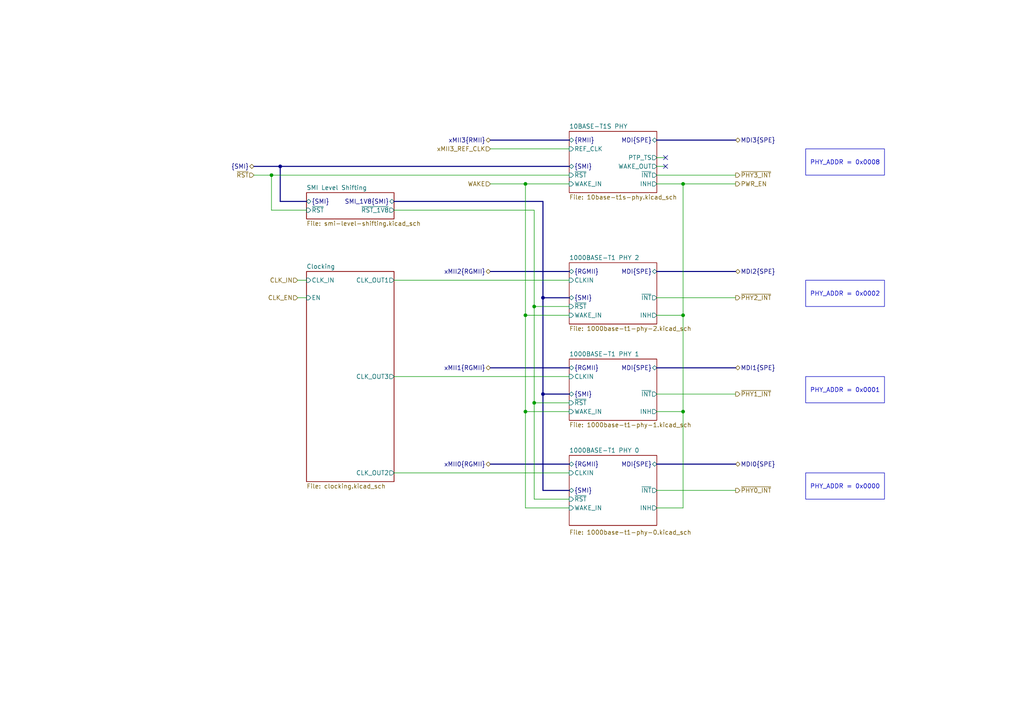
<source format=kicad_sch>
(kicad_sch
	(version 20250114)
	(generator "eeschema")
	(generator_version "9.0")
	(uuid "4dfaebb1-a058-4486-a7a1-3dab64099eaa")
	(paper "A4")
	(title_block
		(title "PHYs")
		(date "2025-06-30")
		(comment 4 "Ethernet PHYs and supporting circuitry.")
	)
	(lib_symbols)
	(text_box "PHY_ADDR = 0x0000"
		(exclude_from_sim no)
		(at 233.68 137.16 0)
		(size 22.86 7.62)
		(margins 0.9525 0.9525 0.9525 0.9525)
		(stroke
			(width 0)
			(type solid)
		)
		(fill
			(type none)
		)
		(effects
			(font
				(size 1.27 1.27)
			)
		)
		(uuid "2828da93-95e0-48bd-9621-ff5a37563dec")
	)
	(text_box "PHY_ADDR = 0x0008"
		(exclude_from_sim no)
		(at 233.68 43.18 0)
		(size 22.86 7.62)
		(margins 0.9525 0.9525 0.9525 0.9525)
		(stroke
			(width 0)
			(type solid)
		)
		(fill
			(type none)
		)
		(effects
			(font
				(size 1.27 1.27)
			)
		)
		(uuid "4c358679-ab86-489a-9133-f5156bb37c00")
	)
	(text_box "PHY_ADDR = 0x0001"
		(exclude_from_sim no)
		(at 233.68 109.22 0)
		(size 22.86 7.62)
		(margins 0.9525 0.9525 0.9525 0.9525)
		(stroke
			(width 0)
			(type solid)
		)
		(fill
			(type none)
		)
		(effects
			(font
				(size 1.27 1.27)
			)
		)
		(uuid "51c23d23-fe3c-4354-b1d3-2734bc5b815a")
	)
	(text_box "PHY_ADDR = 0x0002"
		(exclude_from_sim no)
		(at 233.68 81.28 0)
		(size 22.86 7.62)
		(margins 0.9525 0.9525 0.9525 0.9525)
		(stroke
			(width 0)
			(type solid)
		)
		(fill
			(type none)
		)
		(effects
			(font
				(size 1.27 1.27)
			)
		)
		(uuid "9305cdbf-190b-4dbf-bc68-ecb3c5b7bc3e")
	)
	(junction
		(at 152.4 53.34)
		(diameter 0)
		(color 0 0 0 0)
		(uuid "11ecafdd-e73c-4b2c-8664-c02855fbc21c")
	)
	(junction
		(at 154.94 88.9)
		(diameter 0)
		(color 0 0 0 0)
		(uuid "1af732ca-95ca-46b0-bfac-8b1451f9b904")
	)
	(junction
		(at 152.4 119.38)
		(diameter 0)
		(color 0 0 0 0)
		(uuid "1dcb5486-7df0-4cf0-9887-a970d0f48f9b")
	)
	(junction
		(at 198.12 119.38)
		(diameter 0)
		(color 0 0 0 0)
		(uuid "200d0eb7-32d8-4065-9d46-976f1a07bf6b")
	)
	(junction
		(at 78.74 50.8)
		(diameter 0)
		(color 0 0 0 0)
		(uuid "297d5887-72f4-4e5e-9c7a-d8ea3d76112b")
	)
	(junction
		(at 198.12 53.34)
		(diameter 0)
		(color 0 0 0 0)
		(uuid "5261bfde-23d5-4c68-bf2b-2c2a93b8a7e0")
	)
	(junction
		(at 81.28 48.26)
		(diameter 0)
		(color 0 0 0 0)
		(uuid "5e26c74b-dd48-4129-bf8d-e343d00366c5")
	)
	(junction
		(at 198.12 91.44)
		(diameter 0)
		(color 0 0 0 0)
		(uuid "77710432-f53f-4bc4-affa-fdc2da77946e")
	)
	(junction
		(at 154.94 116.84)
		(diameter 0)
		(color 0 0 0 0)
		(uuid "9e6ab85f-97c6-4de6-ba4f-cee64553ce06")
	)
	(junction
		(at 157.48 86.36)
		(diameter 0)
		(color 0 0 0 0)
		(uuid "b5b9a3be-82d9-4a7b-ae22-54ece144e748")
	)
	(junction
		(at 152.4 91.44)
		(diameter 0)
		(color 0 0 0 0)
		(uuid "bf0aaf58-5aaf-4fc8-bd8c-56760a16c766")
	)
	(junction
		(at 157.48 114.3)
		(diameter 0)
		(color 0 0 0 0)
		(uuid "e8d104c0-16a8-43cd-b9e3-54c8f77ff3e4")
	)
	(no_connect
		(at 193.04 45.72)
		(uuid "229437ec-5dfe-4808-a38b-1c2eb192327f")
	)
	(no_connect
		(at 193.04 48.26)
		(uuid "98b01984-8051-4ac3-86f0-7b2e211baf61")
	)
	(bus
		(pts
			(xy 165.1 114.3) (xy 157.48 114.3)
		)
		(stroke
			(width 0)
			(type default)
		)
		(uuid "08b75b18-c412-4640-8de5-2171f8879143")
	)
	(bus
		(pts
			(xy 81.28 48.26) (xy 165.1 48.26)
		)
		(stroke
			(width 0)
			(type default)
		)
		(uuid "08b8b95a-8609-4cb2-87cd-f961a0b0f40d")
	)
	(bus
		(pts
			(xy 157.48 114.3) (xy 157.48 86.36)
		)
		(stroke
			(width 0)
			(type default)
		)
		(uuid "08c6e0f8-44fa-4fdf-8ee7-319040fd884b")
	)
	(bus
		(pts
			(xy 190.5 40.64) (xy 213.36 40.64)
		)
		(stroke
			(width 0)
			(type default)
		)
		(uuid "0a844719-a488-4270-9e13-23d0fe41db13")
	)
	(wire
		(pts
			(xy 78.74 50.8) (xy 78.74 60.96)
		)
		(stroke
			(width 0)
			(type default)
		)
		(uuid "10b13ce1-1268-4aed-b5ac-f187695328f5")
	)
	(bus
		(pts
			(xy 190.5 78.74) (xy 213.36 78.74)
		)
		(stroke
			(width 0)
			(type default)
		)
		(uuid "1201b44a-9b1f-4a4a-b6e5-8160001f0366")
	)
	(wire
		(pts
			(xy 190.5 86.36) (xy 213.36 86.36)
		)
		(stroke
			(width 0)
			(type default)
		)
		(uuid "1309a551-512c-4951-8907-d9c1e74b2d4d")
	)
	(wire
		(pts
			(xy 114.3 81.28) (xy 165.1 81.28)
		)
		(stroke
			(width 0)
			(type default)
		)
		(uuid "15c2f3bb-c07c-4f41-98ba-c24fccd1ebc3")
	)
	(wire
		(pts
			(xy 114.3 137.16) (xy 165.1 137.16)
		)
		(stroke
			(width 0)
			(type default)
		)
		(uuid "19baaa0f-86a6-4ba4-bea3-e1282e9c47c9")
	)
	(wire
		(pts
			(xy 190.5 114.3) (xy 213.36 114.3)
		)
		(stroke
			(width 0)
			(type default)
		)
		(uuid "1ea6e2b8-417e-4ef0-bd23-fd41639c99ff")
	)
	(wire
		(pts
			(xy 114.3 109.22) (xy 165.1 109.22)
		)
		(stroke
			(width 0)
			(type default)
		)
		(uuid "20a2657a-c6fa-4212-b1cb-be54f41476c3")
	)
	(wire
		(pts
			(xy 73.66 50.8) (xy 78.74 50.8)
		)
		(stroke
			(width 0)
			(type default)
		)
		(uuid "323abd2c-7c0e-41b5-a9db-1f136ae98ac1")
	)
	(wire
		(pts
			(xy 165.1 119.38) (xy 152.4 119.38)
		)
		(stroke
			(width 0)
			(type default)
		)
		(uuid "3a0ff2dd-38a5-4cce-83ab-a8d64600b41e")
	)
	(wire
		(pts
			(xy 190.5 142.24) (xy 213.36 142.24)
		)
		(stroke
			(width 0)
			(type default)
		)
		(uuid "3a2a3b08-cbc3-465f-91a8-3d57e480b523")
	)
	(bus
		(pts
			(xy 114.3 58.42) (xy 157.48 58.42)
		)
		(stroke
			(width 0)
			(type default)
		)
		(uuid "3af7c193-e225-4bb0-8530-1441893515e6")
	)
	(bus
		(pts
			(xy 157.48 142.24) (xy 165.1 142.24)
		)
		(stroke
			(width 0)
			(type default)
		)
		(uuid "3b6afa7c-0ded-4457-97d4-a9369f45d4ac")
	)
	(wire
		(pts
			(xy 190.5 91.44) (xy 198.12 91.44)
		)
		(stroke
			(width 0)
			(type default)
		)
		(uuid "3d7ec2ac-ed1e-4d5c-9db2-77e130bfceb6")
	)
	(bus
		(pts
			(xy 142.24 106.68) (xy 165.1 106.68)
		)
		(stroke
			(width 0)
			(type default)
		)
		(uuid "3fdb7334-2672-48b2-ad2e-29a081e6ce1e")
	)
	(wire
		(pts
			(xy 142.24 43.18) (xy 165.1 43.18)
		)
		(stroke
			(width 0)
			(type default)
		)
		(uuid "438300b4-ec1a-4d1e-9dd7-2694f646c108")
	)
	(wire
		(pts
			(xy 78.74 50.8) (xy 165.1 50.8)
		)
		(stroke
			(width 0)
			(type default)
		)
		(uuid "43d9e7f6-18e5-4b30-b78e-82c3eb7ea2f9")
	)
	(wire
		(pts
			(xy 78.74 60.96) (xy 88.9 60.96)
		)
		(stroke
			(width 0)
			(type default)
		)
		(uuid "448a3130-db06-49f8-b716-535adfebd64d")
	)
	(wire
		(pts
			(xy 198.12 91.44) (xy 198.12 119.38)
		)
		(stroke
			(width 0)
			(type default)
		)
		(uuid "47994bb0-4354-4df2-9a21-3790b9ac6bc7")
	)
	(wire
		(pts
			(xy 198.12 147.32) (xy 198.12 119.38)
		)
		(stroke
			(width 0)
			(type default)
		)
		(uuid "4ae90ec2-7ee3-439c-89e8-caef45061d5f")
	)
	(wire
		(pts
			(xy 190.5 48.26) (xy 193.04 48.26)
		)
		(stroke
			(width 0)
			(type default)
		)
		(uuid "4c320070-4f6e-465d-92e7-933954af4f23")
	)
	(wire
		(pts
			(xy 86.36 86.36) (xy 88.9 86.36)
		)
		(stroke
			(width 0)
			(type default)
		)
		(uuid "548a2e6c-c625-49da-885d-75152bfb84e2")
	)
	(bus
		(pts
			(xy 157.48 86.36) (xy 165.1 86.36)
		)
		(stroke
			(width 0)
			(type default)
		)
		(uuid "591c4c8d-e88a-48cb-abcd-fb9f58286ee9")
	)
	(wire
		(pts
			(xy 165.1 147.32) (xy 152.4 147.32)
		)
		(stroke
			(width 0)
			(type default)
		)
		(uuid "62083d8a-1f7d-4cb8-bbb1-3a7d33177571")
	)
	(bus
		(pts
			(xy 157.48 114.3) (xy 157.48 142.24)
		)
		(stroke
			(width 0)
			(type default)
		)
		(uuid "64e20f2a-ba23-4f09-94aa-cad3a5b63d2e")
	)
	(wire
		(pts
			(xy 165.1 144.78) (xy 154.94 144.78)
		)
		(stroke
			(width 0)
			(type default)
		)
		(uuid "659f880a-9422-4e50-ab0d-361e45e77afc")
	)
	(bus
		(pts
			(xy 88.9 58.42) (xy 81.28 58.42)
		)
		(stroke
			(width 0)
			(type default)
		)
		(uuid "694e3dfa-2a13-48e9-a977-064d4ceda82e")
	)
	(wire
		(pts
			(xy 198.12 53.34) (xy 198.12 91.44)
		)
		(stroke
			(width 0)
			(type default)
		)
		(uuid "6aec268f-021a-4cd5-8c3c-5b1fc757851b")
	)
	(wire
		(pts
			(xy 190.5 147.32) (xy 198.12 147.32)
		)
		(stroke
			(width 0)
			(type default)
		)
		(uuid "7061adb7-834c-4ed5-a6ba-970713c51e0b")
	)
	(wire
		(pts
			(xy 198.12 53.34) (xy 213.36 53.34)
		)
		(stroke
			(width 0)
			(type default)
		)
		(uuid "71a29aa2-5f7f-4e11-8975-789aa1e61843")
	)
	(wire
		(pts
			(xy 154.94 88.9) (xy 154.94 116.84)
		)
		(stroke
			(width 0)
			(type default)
		)
		(uuid "79636d97-357f-4daf-a765-53bfd2a94e44")
	)
	(bus
		(pts
			(xy 142.24 134.62) (xy 165.1 134.62)
		)
		(stroke
			(width 0)
			(type default)
		)
		(uuid "7bbd3b0d-f753-41a3-85da-3d065a8a4e50")
	)
	(bus
		(pts
			(xy 81.28 48.26) (xy 81.28 58.42)
		)
		(stroke
			(width 0)
			(type default)
		)
		(uuid "7e7e878d-b69e-4f27-a320-005559e462ef")
	)
	(wire
		(pts
			(xy 190.5 45.72) (xy 193.04 45.72)
		)
		(stroke
			(width 0)
			(type default)
		)
		(uuid "83c00159-44f6-4cf7-8e94-fee4cdb7f6d3")
	)
	(wire
		(pts
			(xy 154.94 116.84) (xy 154.94 144.78)
		)
		(stroke
			(width 0)
			(type default)
		)
		(uuid "922ce1b9-bdce-497a-8a09-480edf3c5bf0")
	)
	(wire
		(pts
			(xy 154.94 60.96) (xy 154.94 88.9)
		)
		(stroke
			(width 0)
			(type default)
		)
		(uuid "9566a4d1-807d-4275-abe2-ea8da50501a7")
	)
	(wire
		(pts
			(xy 152.4 91.44) (xy 152.4 119.38)
		)
		(stroke
			(width 0)
			(type default)
		)
		(uuid "997b7d25-1271-4b8f-a2b2-4ebc953f4977")
	)
	(bus
		(pts
			(xy 142.24 78.74) (xy 165.1 78.74)
		)
		(stroke
			(width 0)
			(type default)
		)
		(uuid "9c76d7bf-3467-4d48-bdc0-af95795d2d7e")
	)
	(bus
		(pts
			(xy 142.24 40.64) (xy 165.1 40.64)
		)
		(stroke
			(width 0)
			(type default)
		)
		(uuid "9d8cf443-8acf-463d-98c1-a4d2c6fee422")
	)
	(wire
		(pts
			(xy 152.4 53.34) (xy 165.1 53.34)
		)
		(stroke
			(width 0)
			(type default)
		)
		(uuid "a8f441ae-cca4-4207-a96c-7ce9c73c3d83")
	)
	(bus
		(pts
			(xy 190.5 106.68) (xy 213.36 106.68)
		)
		(stroke
			(width 0)
			(type default)
		)
		(uuid "ac4362ab-bfb5-466d-b751-80c195626146")
	)
	(wire
		(pts
			(xy 152.4 119.38) (xy 152.4 147.32)
		)
		(stroke
			(width 0)
			(type default)
		)
		(uuid "b7b22131-402b-4fb5-bc1b-d2c7cb548255")
	)
	(bus
		(pts
			(xy 157.48 58.42) (xy 157.48 86.36)
		)
		(stroke
			(width 0)
			(type default)
		)
		(uuid "b9aada3e-3454-41d7-964b-8919abd4c5b0")
	)
	(wire
		(pts
			(xy 142.24 53.34) (xy 152.4 53.34)
		)
		(stroke
			(width 0)
			(type default)
		)
		(uuid "b9e5d423-9808-4efc-b6bd-2c29324d9396")
	)
	(wire
		(pts
			(xy 114.3 60.96) (xy 154.94 60.96)
		)
		(stroke
			(width 0)
			(type default)
		)
		(uuid "bd331034-de68-47b1-9a24-01e952ce36fc")
	)
	(wire
		(pts
			(xy 154.94 88.9) (xy 165.1 88.9)
		)
		(stroke
			(width 0)
			(type default)
		)
		(uuid "c0f5d593-2506-46a6-b60a-2dd5ed4d3169")
	)
	(bus
		(pts
			(xy 190.5 134.62) (xy 213.36 134.62)
		)
		(stroke
			(width 0)
			(type default)
		)
		(uuid "c26bbe71-63ea-4cd7-b78b-afc8e108c5f4")
	)
	(wire
		(pts
			(xy 190.5 119.38) (xy 198.12 119.38)
		)
		(stroke
			(width 0)
			(type default)
		)
		(uuid "c5c67ae9-fede-4462-aa3e-3de91d85dd52")
	)
	(wire
		(pts
			(xy 152.4 91.44) (xy 165.1 91.44)
		)
		(stroke
			(width 0)
			(type default)
		)
		(uuid "ca988ecf-27dc-4a5a-9a5c-dfe4a7096f5a")
	)
	(wire
		(pts
			(xy 190.5 50.8) (xy 213.36 50.8)
		)
		(stroke
			(width 0)
			(type default)
		)
		(uuid "db61cfd2-7407-4d2d-bb54-09d9f641a352")
	)
	(wire
		(pts
			(xy 152.4 53.34) (xy 152.4 91.44)
		)
		(stroke
			(width 0)
			(type default)
		)
		(uuid "e3d019ba-9ceb-465a-bec2-fd18e2df7fdd")
	)
	(wire
		(pts
			(xy 165.1 116.84) (xy 154.94 116.84)
		)
		(stroke
			(width 0)
			(type default)
		)
		(uuid "ea783aa2-fc3b-4ed6-865e-388a0052e89d")
	)
	(wire
		(pts
			(xy 86.36 81.28) (xy 88.9 81.28)
		)
		(stroke
			(width 0)
			(type default)
		)
		(uuid "eb44b2f9-454d-4155-a854-6377dc9187c1")
	)
	(wire
		(pts
			(xy 198.12 53.34) (xy 190.5 53.34)
		)
		(stroke
			(width 0)
			(type default)
		)
		(uuid "ecbc0127-7212-4c74-ae48-ed3befbbae5a")
	)
	(bus
		(pts
			(xy 73.66 48.26) (xy 81.28 48.26)
		)
		(stroke
			(width 0)
			(type default)
		)
		(uuid "fdd0acad-84f7-46bb-8c53-91482e7078b5")
	)
	(hierarchical_label "PWR_EN"
		(shape output)
		(at 213.36 53.34 0)
		(effects
			(font
				(size 1.27 1.27)
			)
			(justify left)
		)
		(uuid "0087e890-2973-425c-86d2-c00405ca67a6")
	)
	(hierarchical_label "~{PHY1_INT}"
		(shape output)
		(at 213.36 114.3 0)
		(effects
			(font
				(size 1.27 1.27)
			)
			(justify left)
		)
		(uuid "013b6969-403f-4e49-81eb-f0c7b70d7658")
	)
	(hierarchical_label "~{PHY0_INT}"
		(shape output)
		(at 213.36 142.24 0)
		(effects
			(font
				(size 1.27 1.27)
			)
			(justify left)
		)
		(uuid "155b6959-f6d5-422a-8733-ca9ebbcdbe5d")
	)
	(hierarchical_label "CLK_IN"
		(shape input)
		(at 86.36 81.28 180)
		(effects
			(font
				(size 1.27 1.27)
			)
			(justify right)
		)
		(uuid "1b145e7f-8a10-4944-bf96-7fe3a5c0f026")
	)
	(hierarchical_label "xMII1{RGMII}"
		(shape bidirectional)
		(at 142.24 106.68 180)
		(effects
			(font
				(size 1.27 1.27)
			)
			(justify right)
		)
		(uuid "406fb00b-9c5e-45b1-a41e-7c26c6d07ef2")
	)
	(hierarchical_label "~{RST}"
		(shape input)
		(at 73.66 50.8 180)
		(effects
			(font
				(size 1.27 1.27)
			)
			(justify right)
		)
		(uuid "44d513d2-2805-4703-a6b1-57a244c10ee4")
	)
	(hierarchical_label "xMII3{RMII}"
		(shape bidirectional)
		(at 142.24 40.64 180)
		(effects
			(font
				(size 1.27 1.27)
			)
			(justify right)
		)
		(uuid "51053ad7-1370-4afd-b349-2e745c218e81")
	)
	(hierarchical_label "xMII2{RGMII}"
		(shape bidirectional)
		(at 142.24 78.74 180)
		(effects
			(font
				(size 1.27 1.27)
			)
			(justify right)
		)
		(uuid "6c7f726e-f85f-4079-a6ed-e05cbfc37cfd")
	)
	(hierarchical_label "xMII3_REF_CLK"
		(shape input)
		(at 142.24 43.18 180)
		(effects
			(font
				(size 1.27 1.27)
			)
			(justify right)
		)
		(uuid "7cc071e2-88a4-43ae-8a56-b099b43d223f")
	)
	(hierarchical_label "~{PHY2_INT}"
		(shape output)
		(at 213.36 86.36 0)
		(effects
			(font
				(size 1.27 1.27)
			)
			(justify left)
		)
		(uuid "9042af99-181b-4c3e-b449-86c0936292be")
	)
	(hierarchical_label "CLK_EN"
		(shape input)
		(at 86.36 86.36 180)
		(effects
			(font
				(size 1.27 1.27)
			)
			(justify right)
		)
		(uuid "98510965-d73f-4088-a850-fa1cec1e4ce9")
	)
	(hierarchical_label "WAKE"
		(shape input)
		(at 142.24 53.34 180)
		(effects
			(font
				(size 1.27 1.27)
			)
			(justify right)
		)
		(uuid "99a04e10-b281-4703-bcca-483d20c600e9")
	)
	(hierarchical_label "MDI3{SPE}"
		(shape bidirectional)
		(at 213.36 40.64 0)
		(effects
			(font
				(size 1.27 1.27)
			)
			(justify left)
		)
		(uuid "9bd27940-ddb9-4f94-b67c-e0541750a6cb")
	)
	(hierarchical_label "xMII0{RGMII}"
		(shape bidirectional)
		(at 142.24 134.62 180)
		(effects
			(font
				(size 1.27 1.27)
			)
			(justify right)
		)
		(uuid "b45baca5-9652-41c7-b16f-1884e97d4e7b")
	)
	(hierarchical_label "MDI0{SPE}"
		(shape bidirectional)
		(at 213.36 134.62 0)
		(effects
			(font
				(size 1.27 1.27)
			)
			(justify left)
		)
		(uuid "b6c99d6d-e07d-4ac4-b80d-2b50696831e1")
	)
	(hierarchical_label "MDI1{SPE}"
		(shape bidirectional)
		(at 213.36 106.68 0)
		(effects
			(font
				(size 1.27 1.27)
			)
			(justify left)
		)
		(uuid "bbb61594-6a9b-496f-9515-e610b1562c29")
	)
	(hierarchical_label "MDI2{SPE}"
		(shape bidirectional)
		(at 213.36 78.74 0)
		(effects
			(font
				(size 1.27 1.27)
			)
			(justify left)
		)
		(uuid "ceebbff9-76b9-4620-8e39-576a129316d3")
	)
	(hierarchical_label "~{PHY3_INT}"
		(shape output)
		(at 213.36 50.8 0)
		(effects
			(font
				(size 1.27 1.27)
			)
			(justify left)
		)
		(uuid "f1a06f84-0b77-4d9b-ac9d-0d0f555dd08b")
	)
	(hierarchical_label "{SMI}"
		(shape bidirectional)
		(at 73.66 48.26 180)
		(effects
			(font
				(size 1.27 1.27)
			)
			(justify right)
		)
		(uuid "fc10fec6-95c7-4897-b6f4-b3c806c67405")
	)
	(sheet
		(at 165.1 76.2)
		(size 25.4 17.78)
		(exclude_from_sim no)
		(in_bom yes)
		(on_board yes)
		(dnp no)
		(fields_autoplaced yes)
		(stroke
			(width 0.1524)
			(type solid)
		)
		(fill
			(color 0 0 0 0.0000)
		)
		(uuid "5b05d4e8-554f-4b77-b2ef-3843e3d18685")
		(property "Sheetname" "1000BASE-T1 PHY 2"
			(at 165.1 75.4884 0)
			(effects
				(font
					(size 1.27 1.27)
				)
				(justify left bottom)
			)
		)
		(property "Sheetfile" "1000base-t1-phy-2.kicad_sch"
			(at 165.1 94.5646 0)
			(effects
				(font
					(size 1.27 1.27)
				)
				(justify left top)
			)
		)
		(pin "MDI{SPE}" bidirectional
			(at 190.5 78.74 0)
			(uuid "03f33261-4c3a-47c0-af61-254fbbb9884c")
			(effects
				(font
					(size 1.27 1.27)
				)
				(justify right)
			)
		)
		(pin "INH" output
			(at 190.5 91.44 0)
			(uuid "12c4c85a-94cf-4401-9f00-cf6bc8a8cef9")
			(effects
				(font
					(size 1.27 1.27)
				)
				(justify right)
			)
		)
		(pin "{RGMII}" bidirectional
			(at 165.1 78.74 180)
			(uuid "75c887cb-bd9c-402c-9f52-b79ac5ce99e2")
			(effects
				(font
					(size 1.27 1.27)
				)
				(justify left)
			)
		)
		(pin "WAKE_IN" input
			(at 165.1 91.44 180)
			(uuid "785552a3-8428-4f90-a079-b1b80f84bc73")
			(effects
				(font
					(size 1.27 1.27)
				)
				(justify left)
			)
		)
		(pin "~{INT}" output
			(at 190.5 86.36 0)
			(uuid "669fb715-39e3-4d77-bf47-94911fd37550")
			(effects
				(font
					(size 1.27 1.27)
				)
				(justify right)
			)
		)
		(pin "~{RST}" input
			(at 165.1 88.9 180)
			(uuid "3fc6036c-2a40-4698-a59a-a5aeb10ce167")
			(effects
				(font
					(size 1.27 1.27)
				)
				(justify left)
			)
		)
		(pin "CLKIN" input
			(at 165.1 81.28 180)
			(uuid "9050baab-3a54-4a4d-9a80-5006842267c2")
			(effects
				(font
					(size 1.27 1.27)
				)
				(justify left)
			)
		)
		(pin "{SMI}" bidirectional
			(at 165.1 86.36 180)
			(uuid "5add99c6-1a7d-4dc6-8ddc-c1b22a15850b")
			(effects
				(font
					(size 1.27 1.27)
				)
				(justify left)
			)
		)
		(instances
			(project "switch_main_v4"
				(path "/a5e57332-4284-4d3c-ab3c-13bc0ddb29b6/71322af8-b569-498c-a6bf-684e9909732c"
					(page "15")
				)
			)
		)
	)
	(sheet
		(at 165.1 38.1)
		(size 25.4 17.78)
		(exclude_from_sim no)
		(in_bom yes)
		(on_board yes)
		(dnp no)
		(fields_autoplaced yes)
		(stroke
			(width 0.1524)
			(type solid)
		)
		(fill
			(color 0 0 0 0.0000)
		)
		(uuid "64823b24-9357-4aa0-902e-0b46b5bbad98")
		(property "Sheetname" "10BASE-T1S PHY"
			(at 165.1 37.3884 0)
			(effects
				(font
					(size 1.27 1.27)
				)
				(justify left bottom)
			)
		)
		(property "Sheetfile" "10base-t1s-phy.kicad_sch"
			(at 165.1 56.4646 0)
			(effects
				(font
					(size 1.27 1.27)
				)
				(justify left top)
			)
		)
		(pin "MDI{SPE}" bidirectional
			(at 190.5 40.64 0)
			(uuid "5c888c63-08af-4bb7-a9d9-a46e0f11d496")
			(effects
				(font
					(size 1.27 1.27)
				)
				(justify right)
			)
		)
		(pin "INH" output
			(at 190.5 53.34 0)
			(uuid "1fdfadea-f507-4566-bfaf-f12d28f7290d")
			(effects
				(font
					(size 1.27 1.27)
				)
				(justify right)
			)
		)
		(pin "PTP_TS" output
			(at 190.5 45.72 0)
			(uuid "f7fcf09d-33e6-4e53-8c3e-04579102efdb")
			(effects
				(font
					(size 1.27 1.27)
				)
				(justify right)
			)
		)
		(pin "REF_CLK" input
			(at 165.1 43.18 180)
			(uuid "14fcb160-5c12-40e4-a29b-278ee9762d49")
			(effects
				(font
					(size 1.27 1.27)
				)
				(justify left)
			)
		)
		(pin "WAKE_IN" input
			(at 165.1 53.34 180)
			(uuid "f33b9846-7843-491d-bd5a-d44c204acb35")
			(effects
				(font
					(size 1.27 1.27)
				)
				(justify left)
			)
		)
		(pin "WAKE_OUT" output
			(at 190.5 48.26 0)
			(uuid "28fea62f-61a1-42b8-8b54-bb756c17de2b")
			(effects
				(font
					(size 1.27 1.27)
				)
				(justify right)
			)
		)
		(pin "{RMII}" bidirectional
			(at 165.1 40.64 180)
			(uuid "aab0ab0d-527f-4699-ae0c-7461d767e94c")
			(effects
				(font
					(size 1.27 1.27)
				)
				(justify left)
			)
		)
		(pin "~{INT}" output
			(at 190.5 50.8 0)
			(uuid "536afe1d-c871-48c2-96a3-250f883aca04")
			(effects
				(font
					(size 1.27 1.27)
				)
				(justify right)
			)
		)
		(pin "~{RST}" input
			(at 165.1 50.8 180)
			(uuid "225cf37b-6e51-43ba-b097-8f5455f2ffeb")
			(effects
				(font
					(size 1.27 1.27)
				)
				(justify left)
			)
		)
		(pin "{SMI}" bidirectional
			(at 165.1 48.26 180)
			(uuid "367dd46c-8bd7-4216-be7f-da624be0aab9")
			(effects
				(font
					(size 1.27 1.27)
				)
				(justify left)
			)
		)
		(instances
			(project "switch_main_v4"
				(path "/a5e57332-4284-4d3c-ab3c-13bc0ddb29b6/71322af8-b569-498c-a6bf-684e9909732c"
					(page "16")
				)
			)
		)
	)
	(sheet
		(at 88.9 55.88)
		(size 25.4 7.62)
		(exclude_from_sim no)
		(in_bom yes)
		(on_board yes)
		(dnp no)
		(fields_autoplaced yes)
		(stroke
			(width 0.1524)
			(type solid)
		)
		(fill
			(color 0 0 0 0.0000)
		)
		(uuid "7f641fd6-8e95-45a8-8c09-4601f61f3219")
		(property "Sheetname" "SMI Level Shifting"
			(at 88.9 55.1684 0)
			(effects
				(font
					(size 1.27 1.27)
				)
				(justify left bottom)
			)
		)
		(property "Sheetfile" "smi-level-shifting.kicad_sch"
			(at 88.9 64.0846 0)
			(effects
				(font
					(size 1.27 1.27)
				)
				(justify left top)
			)
		)
		(pin "SMI_1V8{SMI}" bidirectional
			(at 114.3 58.42 0)
			(uuid "db3cadd0-d44e-4f76-af9e-4f6dfc4b5a91")
			(effects
				(font
					(size 1.27 1.27)
				)
				(justify right)
			)
		)
		(pin "{SMI}" bidirectional
			(at 88.9 58.42 180)
			(uuid "c3cff33b-df0b-43a4-a5b3-a4f58b16ae1c")
			(effects
				(font
					(size 1.27 1.27)
				)
				(justify left)
			)
		)
		(pin "~{RST_1V8}" output
			(at 114.3 60.96 0)
			(uuid "cdff22d6-ca37-4f52-8441-33baa0c65afc")
			(effects
				(font
					(size 1.27 1.27)
				)
				(justify right)
			)
		)
		(pin "~{RST}" input
			(at 88.9 60.96 180)
			(uuid "3c62d9e3-12a2-49bb-84ab-07c51ebae65d")
			(effects
				(font
					(size 1.27 1.27)
				)
				(justify left)
			)
		)
		(instances
			(project "switch_main_v4"
				(path "/a5e57332-4284-4d3c-ab3c-13bc0ddb29b6/71322af8-b569-498c-a6bf-684e9909732c"
					(page "11")
				)
			)
		)
	)
	(sheet
		(at 165.1 132.08)
		(size 25.4 20.32)
		(exclude_from_sim no)
		(in_bom yes)
		(on_board yes)
		(dnp no)
		(stroke
			(width 0.1524)
			(type solid)
		)
		(fill
			(color 0 0 0 0.0000)
		)
		(uuid "dfd0a53d-3ef5-4891-8c80-3fba6995c66e")
		(property "Sheetname" "1000BASE-T1 PHY 0"
			(at 165.1 131.3684 0)
			(effects
				(font
					(size 1.27 1.27)
				)
				(justify left bottom)
			)
		)
		(property "Sheetfile" "1000base-t1-phy-0.kicad_sch"
			(at 165.1 153.67 0)
			(effects
				(font
					(size 1.27 1.27)
				)
				(justify left top)
			)
		)
		(pin "MDI{SPE}" bidirectional
			(at 190.5 134.62 0)
			(uuid "12b9c37b-171a-447e-a96c-2f6e020b55b4")
			(effects
				(font
					(size 1.27 1.27)
				)
				(justify right)
			)
		)
		(pin "INH" output
			(at 190.5 147.32 0)
			(uuid "6edbc0ab-7297-4b44-b2bc-d322302884da")
			(effects
				(font
					(size 1.27 1.27)
				)
				(justify right)
			)
		)
		(pin "WAKE_IN" input
			(at 165.1 147.32 180)
			(uuid "43cdf3f1-e185-4efc-ada4-3f997953d7a9")
			(effects
				(font
					(size 1.27 1.27)
				)
				(justify left)
			)
		)
		(pin "{RGMII}" bidirectional
			(at 165.1 134.62 180)
			(uuid "6635ebc4-80b8-4d50-b605-5817abc59245")
			(effects
				(font
					(size 1.27 1.27)
				)
				(justify left)
			)
		)
		(pin "~{INT}" output
			(at 190.5 142.24 0)
			(uuid "483c11c2-e6e7-4542-8642-c3a3ca422f18")
			(effects
				(font
					(size 1.27 1.27)
				)
				(justify right)
			)
		)
		(pin "~{RST}" input
			(at 165.1 144.78 180)
			(uuid "2411c846-7d63-4937-9840-c14185a8054e")
			(effects
				(font
					(size 1.27 1.27)
				)
				(justify left)
			)
		)
		(pin "CLKIN" input
			(at 165.1 137.16 180)
			(uuid "b9f8b8db-7c28-4a88-a612-58d3766a1d82")
			(effects
				(font
					(size 1.27 1.27)
				)
				(justify left)
			)
		)
		(pin "{SMI}" bidirectional
			(at 165.1 142.24 180)
			(uuid "4c4c76d7-c344-4cc8-8598-55f2c9feb664")
			(effects
				(font
					(size 1.27 1.27)
				)
				(justify left)
			)
		)
		(instances
			(project "switch_main_v4"
				(path "/a5e57332-4284-4d3c-ab3c-13bc0ddb29b6/71322af8-b569-498c-a6bf-684e9909732c"
					(page "13")
				)
			)
		)
	)
	(sheet
		(at 165.1 104.14)
		(size 25.4 17.78)
		(exclude_from_sim no)
		(in_bom yes)
		(on_board yes)
		(dnp no)
		(fields_autoplaced yes)
		(stroke
			(width 0.1524)
			(type solid)
		)
		(fill
			(color 0 0 0 0.0000)
		)
		(uuid "ea4867e4-41c6-4c6a-8631-52f081f3ce30")
		(property "Sheetname" "1000BASE-T1 PHY 1"
			(at 165.1 103.4284 0)
			(effects
				(font
					(size 1.27 1.27)
				)
				(justify left bottom)
			)
		)
		(property "Sheetfile" "1000base-t1-phy-1.kicad_sch"
			(at 165.1 122.5046 0)
			(effects
				(font
					(size 1.27 1.27)
				)
				(justify left top)
			)
		)
		(pin "MDI{SPE}" bidirectional
			(at 190.5 106.68 0)
			(uuid "94a4d49f-0f00-437f-84d2-ed992b7a33f3")
			(effects
				(font
					(size 1.27 1.27)
				)
				(justify right)
			)
		)
		(pin "INH" output
			(at 190.5 119.38 0)
			(uuid "038b1db9-71ec-45b7-a4be-7bf5660494f3")
			(effects
				(font
					(size 1.27 1.27)
				)
				(justify right)
			)
		)
		(pin "WAKE_IN" input
			(at 165.1 119.38 180)
			(uuid "1c192be1-cf8f-495f-a249-1f7e61663f3e")
			(effects
				(font
					(size 1.27 1.27)
				)
				(justify left)
			)
		)
		(pin "{RGMII}" bidirectional
			(at 165.1 106.68 180)
			(uuid "a9abcc40-b309-4a36-bbf3-610d2ec88380")
			(effects
				(font
					(size 1.27 1.27)
				)
				(justify left)
			)
		)
		(pin "~{INT}" output
			(at 190.5 114.3 0)
			(uuid "9aba9eb9-4fa9-4606-b383-781d0aa35ef2")
			(effects
				(font
					(size 1.27 1.27)
				)
				(justify right)
			)
		)
		(pin "~{RST}" input
			(at 165.1 116.84 180)
			(uuid "9b2496ca-5884-41b3-b078-13e12e7f087e")
			(effects
				(font
					(size 1.27 1.27)
				)
				(justify left)
			)
		)
		(pin "CLKIN" input
			(at 165.1 109.22 180)
			(uuid "a94598e3-949c-4be1-85e4-057371df33ea")
			(effects
				(font
					(size 1.27 1.27)
				)
				(justify left)
			)
		)
		(pin "{SMI}" bidirectional
			(at 165.1 114.3 180)
			(uuid "3ca47e03-ecde-4811-904a-c3e87fa80d85")
			(effects
				(font
					(size 1.27 1.27)
				)
				(justify left)
			)
		)
		(instances
			(project "switch_main_v4"
				(path "/a5e57332-4284-4d3c-ab3c-13bc0ddb29b6/71322af8-b569-498c-a6bf-684e9909732c"
					(page "14")
				)
			)
		)
	)
	(sheet
		(at 88.9 78.74)
		(size 25.4 60.96)
		(exclude_from_sim no)
		(in_bom yes)
		(on_board yes)
		(dnp no)
		(fields_autoplaced yes)
		(stroke
			(width 0.1524)
			(type solid)
		)
		(fill
			(color 0 0 0 0.0000)
		)
		(uuid "f77f72b3-a990-4136-893d-b4cce8a618ff")
		(property "Sheetname" "Clocking"
			(at 88.9 78.0284 0)
			(effects
				(font
					(size 1.27 1.27)
				)
				(justify left bottom)
			)
		)
		(property "Sheetfile" "clocking.kicad_sch"
			(at 88.9 140.2846 0)
			(effects
				(font
					(size 1.27 1.27)
				)
				(justify left top)
			)
		)
		(pin "CLK_IN" input
			(at 88.9 81.28 180)
			(uuid "680e57b6-93af-4788-a319-da6056e028fa")
			(effects
				(font
					(size 1.27 1.27)
				)
				(justify left)
			)
		)
		(pin "CLK_OUT1" output
			(at 114.3 81.28 0)
			(uuid "4ddd3981-0b81-488e-9147-883f7f466126")
			(effects
				(font
					(size 1.27 1.27)
				)
				(justify right)
			)
		)
		(pin "CLK_OUT2" output
			(at 114.3 137.16 0)
			(uuid "32bed9a5-98dd-4a78-8900-e67bbc2f2fc9")
			(effects
				(font
					(size 1.27 1.27)
				)
				(justify right)
			)
		)
		(pin "CLK_OUT3" output
			(at 114.3 109.22 0)
			(uuid "c69af37b-2ff8-4d81-b811-c752c23839c2")
			(effects
				(font
					(size 1.27 1.27)
				)
				(justify right)
			)
		)
		(pin "EN" input
			(at 88.9 86.36 180)
			(uuid "8221b907-cff1-4643-a04e-b35459d4d36a")
			(effects
				(font
					(size 1.27 1.27)
				)
				(justify left)
			)
		)
		(instances
			(project "switch_main_v4"
				(path "/a5e57332-4284-4d3c-ab3c-13bc0ddb29b6/71322af8-b569-498c-a6bf-684e9909732c"
					(page "12")
				)
			)
		)
	)
)

</source>
